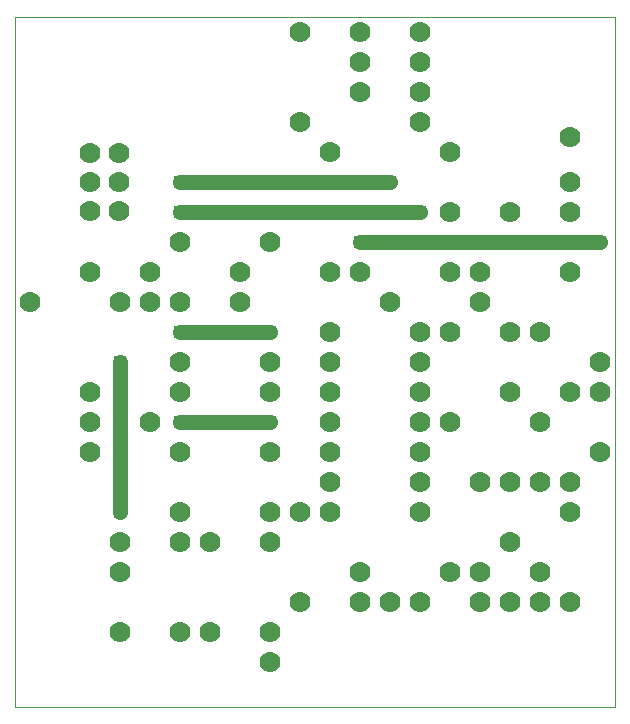
<source format=gtl>
G75*
%MOIN*%
%OFA0B0*%
%FSLAX25Y25*%
%IPPOS*%
%LPD*%
%AMOC8*
5,1,8,0,0,1.08239X$1,22.5*
%
%ADD10C,0.00000*%
%ADD11C,0.07000*%
%ADD12C,0.05000*%
%ADD13R,0.03962X0.03962*%
D10*
X0060661Y0005337D02*
X0060661Y0235337D01*
X0260661Y0235337D01*
X0260661Y0005337D01*
X0060661Y0005337D01*
D11*
X0095661Y0030337D03*
X0115661Y0030337D03*
X0125661Y0030337D03*
X0145661Y0030337D03*
X0145661Y0020337D03*
X0155661Y0040337D03*
X0175661Y0040337D03*
X0185661Y0040337D03*
X0195661Y0040337D03*
X0205661Y0050337D03*
X0215661Y0050337D03*
X0215661Y0040337D03*
X0225661Y0040337D03*
X0235661Y0040337D03*
X0235661Y0040337D03*
X0245661Y0040337D03*
X0235661Y0050337D03*
X0225661Y0060337D03*
X0245661Y0070337D03*
X0245661Y0080337D03*
X0235661Y0080337D03*
X0225661Y0080337D03*
X0215661Y0080337D03*
X0195661Y0080337D03*
X0195661Y0070337D03*
X0195661Y0090337D03*
X0195661Y0100337D03*
X0205661Y0100337D03*
X0195661Y0110337D03*
X0195661Y0120337D03*
X0195661Y0130337D03*
X0205661Y0130337D03*
X0215661Y0140337D03*
X0225661Y0130337D03*
X0235661Y0130337D03*
X0255661Y0120337D03*
X0255661Y0110337D03*
X0245661Y0110337D03*
X0235661Y0100337D03*
X0225661Y0110337D03*
X0255661Y0090337D03*
X0185661Y0140337D03*
X0175661Y0150337D03*
X0165661Y0150337D03*
X0145661Y0160337D03*
X0135661Y0150337D03*
X0135661Y0140337D03*
X0115661Y0140337D03*
X0105661Y0140337D03*
X0095661Y0140337D03*
X0085661Y0150337D03*
X0105661Y0150337D03*
X0115661Y0160337D03*
X0095346Y0170652D03*
X0085661Y0170652D03*
X0085661Y0180337D03*
X0095346Y0180337D03*
X0095346Y0190022D03*
X0085661Y0190022D03*
X0065661Y0140337D03*
X0085661Y0110337D03*
X0085661Y0100337D03*
X0085661Y0090337D03*
X0105661Y0100337D03*
X0115661Y0090337D03*
X0115661Y0070337D03*
X0115661Y0060337D03*
X0125661Y0060337D03*
X0145661Y0060337D03*
X0145661Y0070337D03*
X0155661Y0070337D03*
X0165661Y0070337D03*
X0165661Y0080337D03*
X0165661Y0090337D03*
X0165661Y0100337D03*
X0165661Y0110337D03*
X0165661Y0120337D03*
X0165661Y0130337D03*
X0145661Y0120337D03*
X0145661Y0110337D03*
X0145661Y0090337D03*
X0115661Y0110337D03*
X0115661Y0120337D03*
X0095661Y0060337D03*
X0095661Y0050337D03*
X0175661Y0050337D03*
X0205661Y0150337D03*
X0215661Y0150337D03*
X0205661Y0170337D03*
X0225661Y0170337D03*
X0245661Y0170337D03*
X0245661Y0180337D03*
X0245661Y0195337D03*
X0205661Y0190337D03*
X0195661Y0200337D03*
X0195661Y0210337D03*
X0195661Y0220337D03*
X0195661Y0230337D03*
X0175661Y0230337D03*
X0175661Y0220337D03*
X0175661Y0210337D03*
X0155661Y0200337D03*
X0165661Y0190337D03*
X0155661Y0230337D03*
X0245661Y0150337D03*
D12*
X0255661Y0160337D02*
X0175661Y0160337D01*
X0195661Y0170337D02*
X0115661Y0170337D01*
X0115661Y0180337D02*
X0185661Y0180337D01*
X0145661Y0130337D02*
X0115661Y0130337D01*
X0095661Y0120337D02*
X0095661Y0070337D01*
X0115661Y0100337D02*
X0145661Y0100337D01*
D13*
X0145661Y0100337D03*
X0115661Y0100337D03*
X0095661Y0120337D03*
X0115661Y0130337D03*
X0145661Y0130337D03*
X0175661Y0160337D03*
X0195661Y0170337D03*
X0185661Y0180337D03*
X0165661Y0190337D03*
X0165661Y0190337D03*
X0165661Y0190337D03*
X0115661Y0180337D03*
X0115661Y0170337D03*
X0095661Y0070337D03*
X0255661Y0160337D03*
M02*

</source>
